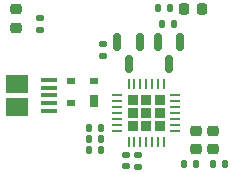
<source format=gtp>
%TF.GenerationSoftware,KiCad,Pcbnew,(7.0.0)*%
%TF.CreationDate,2024-01-19T16:55:17+05:30*%
%TF.ProjectId,Programmer,50726f67-7261-46d6-9d65-722e6b696361,rev?*%
%TF.SameCoordinates,Original*%
%TF.FileFunction,Paste,Top*%
%TF.FilePolarity,Positive*%
%FSLAX46Y46*%
G04 Gerber Fmt 4.6, Leading zero omitted, Abs format (unit mm)*
G04 Created by KiCad (PCBNEW (7.0.0)) date 2024-01-19 16:55:17*
%MOMM*%
%LPD*%
G01*
G04 APERTURE LIST*
G04 Aperture macros list*
%AMRoundRect*
0 Rectangle with rounded corners*
0 $1 Rounding radius*
0 $2 $3 $4 $5 $6 $7 $8 $9 X,Y pos of 4 corners*
0 Add a 4 corners polygon primitive as box body*
4,1,4,$2,$3,$4,$5,$6,$7,$8,$9,$2,$3,0*
0 Add four circle primitives for the rounded corners*
1,1,$1+$1,$2,$3*
1,1,$1+$1,$4,$5*
1,1,$1+$1,$6,$7*
1,1,$1+$1,$8,$9*
0 Add four rect primitives between the rounded corners*
20,1,$1+$1,$2,$3,$4,$5,0*
20,1,$1+$1,$4,$5,$6,$7,0*
20,1,$1+$1,$6,$7,$8,$9,0*
20,1,$1+$1,$8,$9,$2,$3,0*%
G04 Aperture macros list end*
%ADD10RoundRect,0.140000X-0.170000X0.140000X-0.170000X-0.140000X0.170000X-0.140000X0.170000X0.140000X0*%
%ADD11RoundRect,0.140000X0.140000X0.170000X-0.140000X0.170000X-0.140000X-0.170000X0.140000X-0.170000X0*%
%ADD12RoundRect,0.150000X-0.150000X0.587500X-0.150000X-0.587500X0.150000X-0.587500X0.150000X0.587500X0*%
%ADD13RoundRect,0.135000X0.135000X0.185000X-0.135000X0.185000X-0.135000X-0.185000X0.135000X-0.185000X0*%
%ADD14RoundRect,0.135000X-0.135000X-0.185000X0.135000X-0.185000X0.135000X0.185000X-0.135000X0.185000X0*%
%ADD15RoundRect,0.218750X-0.256250X0.218750X-0.256250X-0.218750X0.256250X-0.218750X0.256250X0.218750X0*%
%ADD16RoundRect,0.135000X-0.185000X0.135000X-0.185000X-0.135000X0.185000X-0.135000X0.185000X0.135000X0*%
%ADD17RoundRect,0.225000X-0.225000X-0.225000X0.225000X-0.225000X0.225000X0.225000X-0.225000X0.225000X0*%
%ADD18RoundRect,0.062500X-0.337500X-0.062500X0.337500X-0.062500X0.337500X0.062500X-0.337500X0.062500X0*%
%ADD19RoundRect,0.062500X-0.062500X-0.337500X0.062500X-0.337500X0.062500X0.337500X-0.062500X0.337500X0*%
%ADD20RoundRect,0.135000X0.185000X-0.135000X0.185000X0.135000X-0.185000X0.135000X-0.185000X-0.135000X0*%
%ADD21RoundRect,0.218750X0.218750X0.256250X-0.218750X0.256250X-0.218750X-0.256250X0.218750X-0.256250X0*%
%ADD22R,0.700000X1.000000*%
%ADD23R,0.700000X0.600000*%
%ADD24RoundRect,0.218750X0.256250X-0.218750X0.256250X0.218750X-0.256250X0.218750X-0.256250X-0.218750X0*%
%ADD25R,1.350000X0.400000*%
%ADD26R,1.900000X1.500000*%
G04 APERTURE END LIST*
D10*
%TO.C,C5*%
X153512800Y-102875000D03*
X153512800Y-103835000D03*
%TD*%
D11*
%TO.C,C2*%
X151351200Y-100561000D03*
X150391200Y-100561000D03*
%TD*%
%TO.C,C3*%
X151351200Y-101500800D03*
X150391200Y-101500800D03*
%TD*%
D12*
%TO.C,Q1*%
X158095000Y-93273500D03*
X156195000Y-93273500D03*
X157145000Y-95148500D03*
%TD*%
D13*
%TO.C,R1*%
X157228000Y-90474800D03*
X156208000Y-90474800D03*
%TD*%
D14*
%TO.C,R7*%
X156533400Y-91772600D03*
X157553400Y-91772600D03*
%TD*%
D15*
%TO.C,D3*%
X160904200Y-100814900D03*
X160904200Y-102389900D03*
%TD*%
D11*
%TO.C,C6*%
X151348600Y-102440600D03*
X150388600Y-102440600D03*
%TD*%
D16*
%TO.C,R8*%
X151511000Y-93444600D03*
X151511000Y-94464600D03*
%TD*%
D17*
%TO.C,U2*%
X154097000Y-98196400D03*
X154097000Y-99316400D03*
X154097000Y-100436400D03*
X155217000Y-98196400D03*
X155217000Y-99316400D03*
X155217000Y-100436400D03*
X156337000Y-98196400D03*
X156337000Y-99316400D03*
X156337000Y-100436400D03*
D18*
X152767000Y-97816400D03*
X152767000Y-98316400D03*
X152767000Y-98816400D03*
X152767000Y-99316400D03*
X152767000Y-99816400D03*
X152767000Y-100316400D03*
X152767000Y-100816400D03*
D19*
X153717000Y-101766400D03*
X154217000Y-101766400D03*
X154717000Y-101766400D03*
X155217000Y-101766400D03*
X155717000Y-101766400D03*
X156217000Y-101766400D03*
X156717000Y-101766400D03*
D18*
X157667000Y-100816400D03*
X157667000Y-100316400D03*
X157667000Y-99816400D03*
X157667000Y-99316400D03*
X157667000Y-98816400D03*
X157667000Y-98316400D03*
X157667000Y-97816400D03*
D19*
X156717000Y-96866400D03*
X156217000Y-96866400D03*
X155717000Y-96866400D03*
X155217000Y-96866400D03*
X154717000Y-96866400D03*
X154217000Y-96866400D03*
X153717000Y-96866400D03*
%TD*%
D20*
%TO.C,R6*%
X154478000Y-103865000D03*
X154478000Y-102845000D03*
%TD*%
D21*
%TO.C,D1*%
X159943900Y-90525600D03*
X158368900Y-90525600D03*
%TD*%
D13*
%TO.C,R3*%
X159409600Y-103609000D03*
X158389600Y-103609000D03*
%TD*%
D22*
%TO.C,D2*%
X150818599Y-98311399D03*
D23*
X150818599Y-96611399D03*
X148818599Y-96611399D03*
X148818599Y-98511399D03*
%TD*%
D16*
%TO.C,R12*%
X146253200Y-91309000D03*
X146253200Y-92329000D03*
%TD*%
D15*
%TO.C,D4*%
X159405600Y-100814900D03*
X159405600Y-102389900D03*
%TD*%
D24*
%TO.C,D5*%
X144195800Y-92125800D03*
X144195800Y-90550800D03*
%TD*%
D12*
%TO.C,Q2*%
X154676200Y-93271200D03*
X152776200Y-93271200D03*
X153726200Y-95146200D03*
%TD*%
D25*
%TO.C,J3*%
X146953699Y-96540799D03*
X146953699Y-97190799D03*
X146953699Y-97840799D03*
X146953699Y-98490799D03*
X146953699Y-99140799D03*
D26*
X144253699Y-96840799D03*
X144253699Y-98840799D03*
%TD*%
D14*
%TO.C,R2*%
X160902200Y-103609000D03*
X161922200Y-103609000D03*
%TD*%
M02*

</source>
